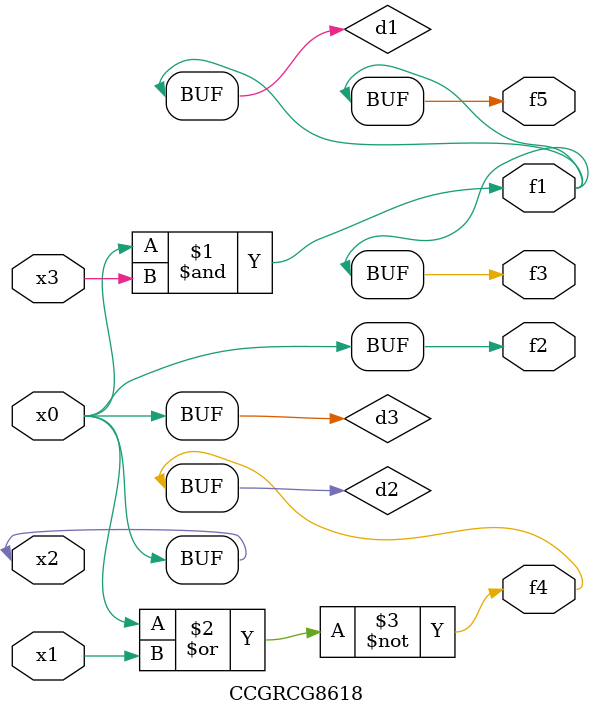
<source format=v>
module CCGRCG8618(
	input x0, x1, x2, x3,
	output f1, f2, f3, f4, f5
);

	wire d1, d2, d3;

	and (d1, x2, x3);
	nor (d2, x0, x1);
	buf (d3, x0, x2);
	assign f1 = d1;
	assign f2 = d3;
	assign f3 = d1;
	assign f4 = d2;
	assign f5 = d1;
endmodule

</source>
